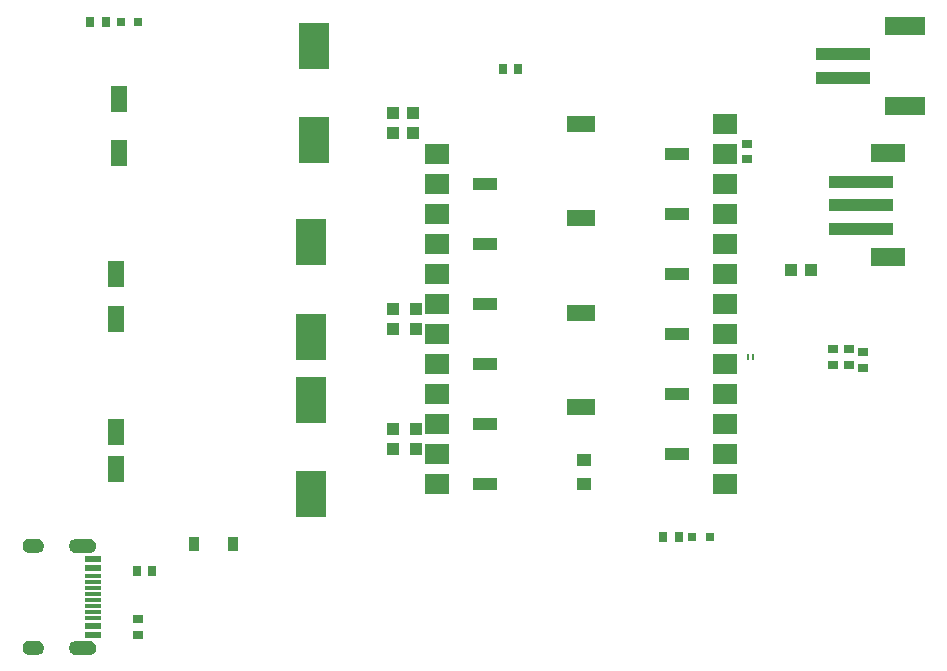
<source format=gbr>
G04 EAGLE Gerber RS-274X export*
G75*
%MOMM*%
%FSLAX34Y34*%
%LPD*%
%INSolderpaste Top*%
%IPPOS*%
%AMOC8*
5,1,8,0,0,1.08239X$1,22.5*%
G01*
%ADD10R,2.500000X4.000000*%
%ADD11R,1.000000X1.100000*%
%ADD12R,1.400000X2.200000*%
%ADD13R,0.700000X0.850000*%
%ADD14R,0.800000X0.800000*%
%ADD15R,2.000000X1.800000*%
%ADD16R,2.000000X1.000000*%
%ADD17R,2.330000X1.370000*%
%ADD18R,1.300000X1.100000*%
%ADD19R,1.100000X1.000000*%
%ADD20R,0.850000X0.700000*%
%ADD21R,1.450000X0.300000*%
%ADD22R,1.450000X0.600000*%
%ADD23R,1.450000X0.550000*%
%ADD24R,5.500000X1.000000*%
%ADD25R,3.000000X1.600000*%
%ADD26R,4.600000X1.000000*%
%ADD27R,3.400000X1.600000*%
%ADD28R,0.200000X0.500000*%
%ADD29R,0.910000X1.220000*%

G36*
X73004Y107004D02*
X73004Y107004D01*
X73007Y107001D01*
X74129Y107156D01*
X74134Y107161D01*
X74138Y107158D01*
X75209Y107529D01*
X75213Y107535D01*
X75218Y107533D01*
X76195Y108106D01*
X76198Y108112D01*
X76203Y108111D01*
X77050Y108864D01*
X77052Y108871D01*
X77057Y108871D01*
X77741Y109774D01*
X77741Y109781D01*
X77746Y109782D01*
X78241Y110801D01*
X78239Y110808D01*
X78244Y110810D01*
X78531Y111907D01*
X78529Y111911D01*
X78531Y111912D01*
X78529Y111914D01*
X78532Y111916D01*
X78599Y113047D01*
X78597Y113051D01*
X78599Y113053D01*
X78532Y114184D01*
X78527Y114189D01*
X78531Y114193D01*
X78244Y115290D01*
X78238Y115294D01*
X78241Y115299D01*
X77746Y116318D01*
X77740Y116321D01*
X77741Y116326D01*
X77057Y117229D01*
X77050Y117231D01*
X77050Y117236D01*
X76203Y117989D01*
X76196Y117989D01*
X76195Y117994D01*
X75218Y118567D01*
X75211Y118566D01*
X75209Y118571D01*
X74138Y118942D01*
X74132Y118939D01*
X74129Y118944D01*
X73007Y119099D01*
X73002Y119096D01*
X73000Y119099D01*
X61000Y119099D01*
X60995Y119096D01*
X60992Y119099D01*
X59725Y118894D01*
X59719Y118888D01*
X59715Y118891D01*
X58525Y118409D01*
X58521Y118402D01*
X58515Y118404D01*
X57462Y117670D01*
X57460Y117662D01*
X57454Y117663D01*
X56591Y116713D01*
X56590Y116704D01*
X56585Y116704D01*
X55955Y115585D01*
X55956Y115577D01*
X55950Y115575D01*
X55585Y114345D01*
X55588Y114337D01*
X55583Y114334D01*
X55501Y113053D01*
X55504Y113049D01*
X55501Y113047D01*
X55583Y111766D01*
X55589Y111760D01*
X55585Y111755D01*
X55950Y110525D01*
X55957Y110520D01*
X55955Y110515D01*
X56585Y109396D01*
X56592Y109393D01*
X56591Y109387D01*
X57454Y108437D01*
X57462Y108436D01*
X57462Y108430D01*
X58515Y107696D01*
X58523Y107696D01*
X58525Y107691D01*
X59715Y107209D01*
X59722Y107211D01*
X59725Y107206D01*
X60992Y107001D01*
X60997Y107004D01*
X61000Y107001D01*
X73000Y107001D01*
X73004Y107004D01*
G37*
G36*
X73004Y20604D02*
X73004Y20604D01*
X73007Y20601D01*
X74129Y20756D01*
X74134Y20761D01*
X74138Y20758D01*
X75209Y21129D01*
X75213Y21135D01*
X75218Y21133D01*
X76195Y21706D01*
X76198Y21712D01*
X76203Y21711D01*
X77050Y22464D01*
X77052Y22471D01*
X77057Y22471D01*
X77741Y23374D01*
X77741Y23381D01*
X77746Y23382D01*
X78241Y24401D01*
X78239Y24408D01*
X78244Y24410D01*
X78531Y25507D01*
X78529Y25511D01*
X78531Y25512D01*
X78529Y25514D01*
X78532Y25516D01*
X78599Y26647D01*
X78597Y26651D01*
X78599Y26653D01*
X78532Y27784D01*
X78527Y27789D01*
X78531Y27793D01*
X78244Y28890D01*
X78238Y28894D01*
X78241Y28899D01*
X77746Y29918D01*
X77740Y29921D01*
X77741Y29926D01*
X77057Y30829D01*
X77050Y30831D01*
X77050Y30836D01*
X76203Y31589D01*
X76196Y31589D01*
X76195Y31594D01*
X75218Y32167D01*
X75211Y32166D01*
X75209Y32171D01*
X74138Y32542D01*
X74132Y32539D01*
X74129Y32544D01*
X73007Y32699D01*
X73002Y32696D01*
X73000Y32699D01*
X61000Y32699D01*
X60995Y32696D01*
X60992Y32699D01*
X59725Y32494D01*
X59719Y32488D01*
X59715Y32491D01*
X58525Y32009D01*
X58521Y32002D01*
X58515Y32004D01*
X57462Y31270D01*
X57460Y31262D01*
X57454Y31263D01*
X56591Y30313D01*
X56590Y30304D01*
X56585Y30304D01*
X55955Y29185D01*
X55956Y29177D01*
X55950Y29175D01*
X55585Y27945D01*
X55588Y27937D01*
X55583Y27934D01*
X55501Y26653D01*
X55504Y26649D01*
X55501Y26647D01*
X55583Y25366D01*
X55589Y25360D01*
X55585Y25355D01*
X55950Y24125D01*
X55957Y24120D01*
X55955Y24115D01*
X56585Y22996D01*
X56592Y22993D01*
X56591Y22987D01*
X57454Y22037D01*
X57462Y22036D01*
X57462Y22030D01*
X58515Y21296D01*
X58523Y21296D01*
X58525Y21291D01*
X59715Y20809D01*
X59722Y20811D01*
X59725Y20806D01*
X60992Y20601D01*
X60997Y20604D01*
X61000Y20601D01*
X73000Y20601D01*
X73004Y20604D01*
G37*
G36*
X28203Y107003D02*
X28203Y107003D01*
X28205Y107001D01*
X29381Y107112D01*
X29386Y107117D01*
X29390Y107114D01*
X30522Y107452D01*
X30526Y107458D01*
X30531Y107456D01*
X31575Y108008D01*
X31578Y108015D01*
X31583Y108013D01*
X32499Y108759D01*
X32500Y108766D01*
X32506Y108766D01*
X33259Y109676D01*
X33259Y109683D01*
X33264Y109684D01*
X33825Y110723D01*
X33824Y110728D01*
X33828Y110730D01*
X33827Y110731D01*
X33829Y110732D01*
X34176Y111861D01*
X34176Y111862D01*
X34177Y111863D01*
X34174Y111867D01*
X34178Y111870D01*
X34299Y113045D01*
X34295Y113052D01*
X34299Y113056D01*
X34142Y114396D01*
X34137Y114402D01*
X34140Y114407D01*
X33689Y115678D01*
X33682Y115683D01*
X33684Y115688D01*
X32962Y116827D01*
X32954Y116830D01*
X32955Y116836D01*
X31997Y117786D01*
X31989Y117787D01*
X31988Y117793D01*
X30843Y118506D01*
X30835Y118505D01*
X30833Y118511D01*
X29557Y118951D01*
X29550Y118949D01*
X29547Y118953D01*
X28205Y119099D01*
X28202Y119097D01*
X28200Y119099D01*
X22200Y119099D01*
X22197Y119097D01*
X22194Y119099D01*
X20865Y118944D01*
X20859Y118938D01*
X20855Y118941D01*
X19594Y118494D01*
X19589Y118487D01*
X19584Y118489D01*
X18454Y117772D01*
X18451Y117765D01*
X18445Y117766D01*
X17503Y116816D01*
X17502Y116807D01*
X17496Y116807D01*
X16789Y115671D01*
X16790Y115663D01*
X16784Y115661D01*
X16348Y114396D01*
X16350Y114388D01*
X16345Y114386D01*
X16201Y113055D01*
X16205Y113049D01*
X16201Y113045D01*
X16311Y111879D01*
X16316Y111874D01*
X16313Y111870D01*
X16648Y110747D01*
X16654Y110743D01*
X16652Y110739D01*
X17200Y109703D01*
X17206Y109700D01*
X17205Y109695D01*
X17944Y108787D01*
X17951Y108785D01*
X17951Y108780D01*
X18853Y108033D01*
X18861Y108033D01*
X18861Y108028D01*
X19892Y107471D01*
X19899Y107472D01*
X19901Y107467D01*
X21020Y107123D01*
X21027Y107125D01*
X21030Y107121D01*
X22195Y107001D01*
X22198Y107003D01*
X22200Y107001D01*
X28200Y107001D01*
X28203Y107003D01*
G37*
G36*
X28203Y20603D02*
X28203Y20603D01*
X28205Y20601D01*
X29381Y20712D01*
X29386Y20717D01*
X29390Y20714D01*
X30522Y21052D01*
X30526Y21058D01*
X30531Y21056D01*
X31575Y21608D01*
X31578Y21615D01*
X31583Y21613D01*
X32499Y22359D01*
X32500Y22366D01*
X32506Y22366D01*
X33259Y23276D01*
X33259Y23283D01*
X33264Y23284D01*
X33825Y24323D01*
X33824Y24328D01*
X33828Y24330D01*
X33827Y24331D01*
X33829Y24332D01*
X34176Y25461D01*
X34176Y25462D01*
X34177Y25463D01*
X34174Y25467D01*
X34178Y25470D01*
X34299Y26645D01*
X34295Y26652D01*
X34299Y26656D01*
X34142Y27996D01*
X34137Y28002D01*
X34140Y28007D01*
X33689Y29278D01*
X33682Y29283D01*
X33684Y29288D01*
X32962Y30427D01*
X32954Y30430D01*
X32955Y30436D01*
X31997Y31386D01*
X31989Y31387D01*
X31988Y31393D01*
X30843Y32106D01*
X30835Y32105D01*
X30833Y32111D01*
X29557Y32551D01*
X29550Y32549D01*
X29547Y32553D01*
X28205Y32699D01*
X28202Y32697D01*
X28200Y32699D01*
X22200Y32699D01*
X22197Y32697D01*
X22194Y32699D01*
X20865Y32544D01*
X20859Y32538D01*
X20855Y32541D01*
X19594Y32094D01*
X19589Y32087D01*
X19584Y32089D01*
X18454Y31372D01*
X18451Y31365D01*
X18445Y31366D01*
X17503Y30416D01*
X17502Y30407D01*
X17496Y30407D01*
X16789Y29271D01*
X16790Y29263D01*
X16784Y29261D01*
X16348Y27996D01*
X16350Y27988D01*
X16345Y27986D01*
X16201Y26655D01*
X16205Y26649D01*
X16201Y26645D01*
X16311Y25479D01*
X16316Y25474D01*
X16313Y25470D01*
X16648Y24347D01*
X16654Y24343D01*
X16652Y24339D01*
X17200Y23303D01*
X17206Y23300D01*
X17205Y23295D01*
X17944Y22387D01*
X17951Y22385D01*
X17951Y22380D01*
X18853Y21633D01*
X18861Y21633D01*
X18861Y21628D01*
X19892Y21071D01*
X19899Y21072D01*
X19901Y21067D01*
X21020Y20723D01*
X21027Y20725D01*
X21030Y20721D01*
X22195Y20601D01*
X22198Y20603D01*
X22200Y20601D01*
X28200Y20601D01*
X28203Y20603D01*
G37*
D10*
X262890Y456570D03*
X262890Y536570D03*
D11*
X330200Y462670D03*
X330200Y479670D03*
X346710Y462670D03*
X346710Y479670D03*
D10*
X260350Y370200D03*
X260350Y290200D03*
D11*
X349250Y313300D03*
X349250Y296300D03*
X330200Y313300D03*
X330200Y296300D03*
D10*
X260350Y156850D03*
X260350Y236850D03*
D11*
X330200Y194700D03*
X330200Y211700D03*
X349250Y194700D03*
X349250Y211700D03*
D12*
X97790Y445770D03*
X95250Y209550D03*
X95250Y342900D03*
X95250Y304800D03*
X95250Y177800D03*
X97790Y491490D03*
D13*
X422760Y516890D03*
X435760Y516890D03*
X558650Y120650D03*
X571650Y120650D03*
D14*
X598050Y120650D03*
X583050Y120650D03*
D15*
X367350Y444500D03*
D16*
X407350Y419100D03*
X407350Y368300D03*
X407350Y317500D03*
X407350Y266700D03*
X407350Y215900D03*
X407350Y165100D03*
X570550Y190500D03*
X570550Y241300D03*
X570550Y292100D03*
X570550Y342900D03*
X570550Y393700D03*
X570550Y444500D03*
D15*
X610550Y469900D03*
X367350Y419100D03*
X367350Y393700D03*
X367350Y368300D03*
X367350Y342900D03*
X367350Y317500D03*
X367350Y292100D03*
X367350Y266700D03*
X367350Y241300D03*
X367350Y215900D03*
X367350Y190500D03*
X367350Y165100D03*
X610550Y444500D03*
X610550Y419100D03*
X610550Y393700D03*
X610550Y368300D03*
X610550Y342900D03*
X610550Y317500D03*
X610550Y292100D03*
X610550Y266700D03*
X610550Y241300D03*
X610550Y215900D03*
X610550Y190500D03*
X610550Y165100D03*
D17*
X488950Y470300D03*
X488950Y390300D03*
X488950Y310300D03*
X488950Y230300D03*
D18*
X491627Y185614D03*
X491627Y165614D03*
D19*
X684140Y346710D03*
X667140Y346710D03*
D20*
X114300Y37950D03*
X114300Y50950D03*
D13*
X125880Y91440D03*
X112880Y91440D03*
D21*
X76200Y62350D03*
X76200Y67350D03*
D22*
X76200Y37600D03*
D23*
X76200Y45350D03*
D21*
X76200Y52350D03*
X76200Y57350D03*
X76200Y77350D03*
X76200Y72350D03*
D22*
X76200Y102100D03*
D23*
X76200Y94350D03*
D21*
X76200Y87350D03*
X76200Y82350D03*
D24*
X726440Y401320D03*
X726440Y381320D03*
X726440Y421320D03*
D25*
X748940Y357320D03*
X748940Y445320D03*
D26*
X711030Y529430D03*
X711030Y509430D03*
D27*
X763030Y553430D03*
X763030Y485430D03*
D20*
X727710Y264010D03*
X727710Y277010D03*
X716280Y279550D03*
X716280Y266550D03*
D28*
X634560Y273050D03*
X630360Y273050D03*
D20*
X629920Y440540D03*
X629920Y453540D03*
X702310Y279550D03*
X702310Y266550D03*
D13*
X73510Y556260D03*
X86510Y556260D03*
D14*
X114180Y556260D03*
X99180Y556260D03*
D29*
X194175Y114300D03*
X161425Y114300D03*
M02*

</source>
